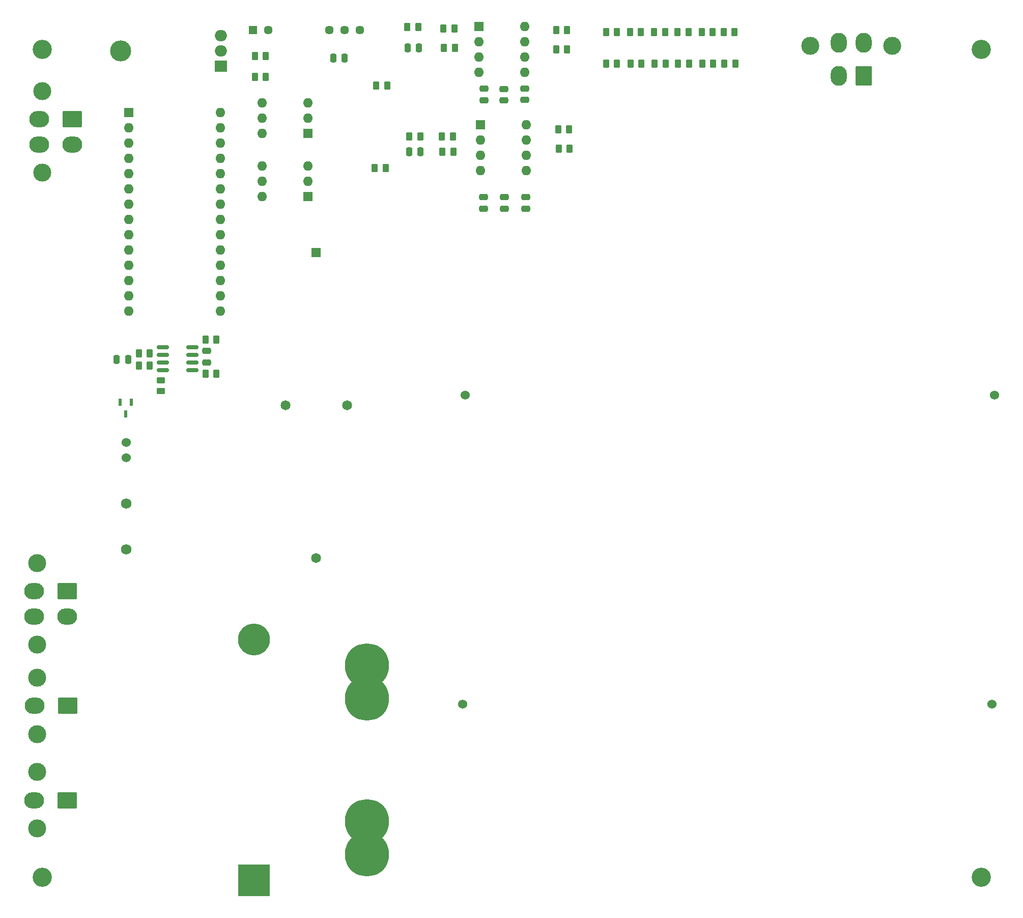
<source format=gbr>
%TF.GenerationSoftware,KiCad,Pcbnew,8.0.4*%
%TF.CreationDate,2025-02-18T10:12:20-08:00*%
%TF.ProjectId,pcc_v0.1,7063635f-7630-42e3-912e-6b696361645f,rev?*%
%TF.SameCoordinates,Original*%
%TF.FileFunction,Soldermask,Top*%
%TF.FilePolarity,Negative*%
%FSLAX46Y46*%
G04 Gerber Fmt 4.6, Leading zero omitted, Abs format (unit mm)*
G04 Created by KiCad (PCBNEW 8.0.4) date 2025-02-18 10:12:20*
%MOMM*%
%LPD*%
G01*
G04 APERTURE LIST*
G04 Aperture macros list*
%AMRoundRect*
0 Rectangle with rounded corners*
0 $1 Rounding radius*
0 $2 $3 $4 $5 $6 $7 $8 $9 X,Y pos of 4 corners*
0 Add a 4 corners polygon primitive as box body*
4,1,4,$2,$3,$4,$5,$6,$7,$8,$9,$2,$3,0*
0 Add four circle primitives for the rounded corners*
1,1,$1+$1,$2,$3*
1,1,$1+$1,$4,$5*
1,1,$1+$1,$6,$7*
1,1,$1+$1,$8,$9*
0 Add four rect primitives between the rounded corners*
20,1,$1+$1,$2,$3,$4,$5,0*
20,1,$1+$1,$4,$5,$6,$7,0*
20,1,$1+$1,$6,$7,$8,$9,0*
20,1,$1+$1,$8,$9,$2,$3,0*%
G04 Aperture macros list end*
%ADD10RoundRect,0.250000X-0.475000X0.250000X-0.475000X-0.250000X0.475000X-0.250000X0.475000X0.250000X0*%
%ADD11RoundRect,0.250000X-0.262500X-0.450000X0.262500X-0.450000X0.262500X0.450000X-0.262500X0.450000X0*%
%ADD12C,1.524000*%
%ADD13C,1.727200*%
%ADD14RoundRect,0.250000X0.262500X0.450000X-0.262500X0.450000X-0.262500X-0.450000X0.262500X-0.450000X0*%
%ADD15RoundRect,0.250000X-0.250000X-0.475000X0.250000X-0.475000X0.250000X0.475000X-0.250000X0.475000X0*%
%ADD16C,3.200000*%
%ADD17R,0.558800X1.270000*%
%ADD18C,3.000000*%
%ADD19RoundRect,0.250001X-1.399999X1.099999X-1.399999X-1.099999X1.399999X-1.099999X1.399999X1.099999X0*%
%ADD20O,3.300000X2.700000*%
%ADD21R,1.600000X1.600000*%
%ADD22O,1.600000X1.600000*%
%ADD23RoundRect,0.250001X1.099999X1.399999X-1.099999X1.399999X-1.099999X-1.399999X1.099999X-1.399999X0*%
%ADD24O,2.700000X3.300000*%
%ADD25RoundRect,0.150000X0.825000X0.150000X-0.825000X0.150000X-0.825000X-0.150000X0.825000X-0.150000X0*%
%ADD26R,1.450000X1.450000*%
%ADD27C,1.450000*%
%ADD28R,5.295000X5.295000*%
%ADD29C,5.295000*%
%ADD30C,7.350000*%
%ADD31R,1.650000X1.650000*%
%ADD32C,1.650000*%
%ADD33RoundRect,0.250000X0.250000X0.475000X-0.250000X0.475000X-0.250000X-0.475000X0.250000X-0.475000X0*%
%ADD34RoundRect,0.250000X-0.450000X0.262500X-0.450000X-0.262500X0.450000X-0.262500X0.450000X0.262500X0*%
%ADD35O,3.500000X3.500000*%
%ADD36R,2.000000X1.905000*%
%ADD37O,2.000000X1.905000*%
G04 APERTURE END LIST*
D10*
%TO.C,C6*%
X133230000Y-52210000D03*
X133230000Y-54110000D03*
%TD*%
D11*
%TO.C,R19*%
X145730000Y-44160000D03*
X147555000Y-44160000D03*
%TD*%
D12*
%TO.C,K3*%
X73800253Y-93010253D03*
X73800253Y-95550253D03*
D13*
X73800253Y-103170253D03*
X73800253Y-110790253D03*
%TD*%
D14*
%TO.C,R21*%
X175012753Y-24750253D03*
X173187753Y-24750253D03*
%TD*%
%TO.C,R4*%
X159512753Y-30000253D03*
X157687753Y-30000253D03*
%TD*%
D11*
%TO.C,R33*%
X75900253Y-78190253D03*
X77725253Y-78190253D03*
%TD*%
D12*
%TO.C,R28*%
X129800000Y-136500000D03*
X217800000Y-136500000D03*
%TD*%
D15*
%TO.C,C5*%
X120850000Y-44650000D03*
X122750000Y-44650000D03*
%TD*%
D14*
%TO.C,R30*%
X88800253Y-75890253D03*
X86975253Y-75890253D03*
%TD*%
%TO.C,R16*%
X128462500Y-27400000D03*
X126637500Y-27400000D03*
%TD*%
%TO.C,R12*%
X97025253Y-28750253D03*
X95200253Y-28750253D03*
%TD*%
D10*
%TO.C,C1*%
X140050000Y-34150000D03*
X140050000Y-36050000D03*
%TD*%
D16*
%TO.C,REF\u002A\u002A*%
X216050253Y-165350253D03*
%TD*%
D10*
%TO.C,C10*%
X87200253Y-77790253D03*
X87200253Y-79690253D03*
%TD*%
D14*
%TO.C,R5*%
X159425253Y-24750253D03*
X157600253Y-24750253D03*
%TD*%
%TO.C,R2*%
X171425253Y-30000253D03*
X169600253Y-30000253D03*
%TD*%
D15*
%TO.C,C4*%
X120580000Y-27410000D03*
X122480000Y-27410000D03*
%TD*%
D17*
%TO.C,U5*%
X74600253Y-86350253D03*
X72770255Y-86350253D03*
X73685254Y-88280653D03*
%TD*%
D18*
%TO.C,J7*%
X58960000Y-113050000D03*
X58960000Y-126650000D03*
D19*
X64000000Y-117750000D03*
D20*
X64000000Y-121950000D03*
X58500000Y-117750000D03*
X58500000Y-121950000D03*
%TD*%
D21*
%TO.C,J4*%
X74175000Y-38125000D03*
D22*
X74175000Y-40665000D03*
X74175000Y-43205000D03*
X74175000Y-45745000D03*
X74175000Y-48285000D03*
X74175000Y-50825000D03*
X74175000Y-53365000D03*
X74175000Y-55905000D03*
X74175000Y-58445000D03*
X74175000Y-60985000D03*
X74175000Y-63525000D03*
X74175000Y-66065000D03*
X74175000Y-68605000D03*
X74175000Y-71145000D03*
X89415000Y-71145000D03*
X89415000Y-68605000D03*
X89415000Y-66065000D03*
X89415000Y-63525000D03*
X89415000Y-60985000D03*
X89415000Y-58445000D03*
X89415000Y-55905000D03*
X89415000Y-53365000D03*
X89415000Y-50825000D03*
X89415000Y-48285000D03*
X89415000Y-45745000D03*
X89415000Y-43205000D03*
X89415000Y-40665000D03*
X89415000Y-38125000D03*
%TD*%
D14*
%TO.C,R18*%
X147462500Y-40900000D03*
X145637500Y-40900000D03*
%TD*%
%TO.C,R1*%
X175100253Y-30000253D03*
X173275253Y-30000253D03*
%TD*%
D18*
%TO.C,J8*%
X59000000Y-132100000D03*
X59000000Y-141500000D03*
D19*
X64040000Y-136800000D03*
D20*
X58540000Y-136800000D03*
%TD*%
D18*
%TO.C,J6*%
X201200000Y-27010000D03*
X187600000Y-27010000D03*
D23*
X196500000Y-32050000D03*
D24*
X192300000Y-32050000D03*
X196500000Y-26550000D03*
X192300000Y-26550000D03*
%TD*%
D11*
%TO.C,R31*%
X86987753Y-81590253D03*
X88812753Y-81590253D03*
%TD*%
D25*
%TO.C,U8*%
X84800253Y-81000253D03*
X84800253Y-79730253D03*
X84800253Y-78460253D03*
X84800253Y-77190253D03*
X79850253Y-77190253D03*
X79850253Y-78460253D03*
X79850253Y-79730253D03*
X79850253Y-81000253D03*
%TD*%
D14*
%TO.C,R26*%
X117212500Y-33650000D03*
X115387500Y-33650000D03*
%TD*%
D16*
%TO.C,REF\u002A\u002A*%
X59800253Y-165350253D03*
%TD*%
D26*
%TO.C,U6*%
X94850000Y-24400000D03*
D27*
X97390000Y-24400000D03*
X107550000Y-24400000D03*
X110090000Y-24400000D03*
X112630000Y-24400000D03*
%TD*%
D11*
%TO.C,R7*%
X145317500Y-27660000D03*
X147142500Y-27660000D03*
%TD*%
D14*
%TO.C,R25*%
X163512753Y-30000253D03*
X161687753Y-30000253D03*
%TD*%
%TO.C,R3*%
X167425253Y-30000253D03*
X165600253Y-30000253D03*
%TD*%
D28*
%TO.C,K1*%
X95050000Y-165800000D03*
D29*
X95050000Y-125800000D03*
D30*
X113800000Y-161500000D03*
X113800000Y-135600000D03*
X113800000Y-156000000D03*
X113800000Y-130100000D03*
%TD*%
D18*
%TO.C,J3*%
X58960000Y-147800000D03*
X58960000Y-157200000D03*
D19*
X64000000Y-152500000D03*
D20*
X58500000Y-152500000D03*
%TD*%
D16*
%TO.C,REF\u002A\u002A*%
X59800000Y-27650000D03*
%TD*%
D10*
%TO.C,C3*%
X133300000Y-34200000D03*
X133300000Y-36100000D03*
%TD*%
D31*
%TO.C,K2*%
X105400000Y-61400000D03*
D32*
X105400000Y-112200000D03*
X100300000Y-86800000D03*
X110500000Y-86800000D03*
%TD*%
D18*
%TO.C,J2*%
X59800000Y-34550000D03*
X59800000Y-48150000D03*
D19*
X64840000Y-39250000D03*
D20*
X64840000Y-43450000D03*
X59340000Y-39250000D03*
X59340000Y-43450000D03*
%TD*%
D14*
%TO.C,R23*%
X167337753Y-24750253D03*
X165512753Y-24750253D03*
%TD*%
D33*
%TO.C,C9*%
X110130000Y-29110000D03*
X108230000Y-29110000D03*
%TD*%
D10*
%TO.C,C8*%
X140250253Y-52200253D03*
X140250253Y-54100253D03*
%TD*%
%TO.C,C7*%
X136730000Y-52210000D03*
X136730000Y-54110000D03*
%TD*%
D33*
%TO.C,C12*%
X74100253Y-79190253D03*
X72200253Y-79190253D03*
%TD*%
D12*
%TO.C,R29*%
X218200000Y-85100000D03*
X130200000Y-85100000D03*
%TD*%
D21*
%TO.C,U2*%
X104020253Y-41630253D03*
D22*
X104020253Y-39090253D03*
X104020253Y-36550253D03*
X96400253Y-36550253D03*
X96400253Y-39090253D03*
X96400253Y-41630253D03*
%TD*%
D11*
%TO.C,R8*%
X120567500Y-23910000D03*
X122392500Y-23910000D03*
%TD*%
D14*
%TO.C,R13*%
X97025253Y-32250253D03*
X95200253Y-32250253D03*
%TD*%
D21*
%TO.C,U1*%
X132430000Y-23860000D03*
D22*
X132430000Y-26400000D03*
X132430000Y-28940000D03*
X132430000Y-31480000D03*
X140050000Y-31480000D03*
X140050000Y-28940000D03*
X140050000Y-26400000D03*
X140050000Y-23860000D03*
%TD*%
D34*
%TO.C,R32*%
X79550253Y-82660253D03*
X79550253Y-84485253D03*
%TD*%
D14*
%TO.C,R24*%
X163425253Y-24750253D03*
X161600253Y-24750253D03*
%TD*%
%TO.C,R14*%
X116962500Y-47400000D03*
X115137500Y-47400000D03*
%TD*%
D21*
%TO.C,U3*%
X104020253Y-52130253D03*
D22*
X104020253Y-49590253D03*
X104020253Y-47050253D03*
X96400253Y-47050253D03*
X96400253Y-49590253D03*
X96400253Y-52130253D03*
%TD*%
D11*
%TO.C,R11*%
X126567500Y-24160000D03*
X128392500Y-24160000D03*
%TD*%
D21*
%TO.C,U4*%
X132730000Y-40160000D03*
D22*
X132730000Y-42700000D03*
X132730000Y-45240000D03*
X132730000Y-47780000D03*
X140350000Y-47780000D03*
X140350000Y-45240000D03*
X140350000Y-42700000D03*
X140350000Y-40160000D03*
%TD*%
D10*
%TO.C,C2*%
X136620000Y-34240000D03*
X136620000Y-36140000D03*
%TD*%
D14*
%TO.C,R10*%
X128200000Y-44650000D03*
X126375000Y-44650000D03*
%TD*%
D11*
%TO.C,R17*%
X120905000Y-42160000D03*
X122730000Y-42160000D03*
%TD*%
D16*
%TO.C,REF\u002A\u002A*%
X216050000Y-27650000D03*
%TD*%
D14*
%TO.C,R20*%
X155425253Y-24750253D03*
X153600253Y-24750253D03*
%TD*%
%TO.C,R6*%
X155425253Y-30000253D03*
X153600253Y-30000253D03*
%TD*%
D35*
%TO.C,U9*%
X72870000Y-27900000D03*
D36*
X89530000Y-30440000D03*
D37*
X89530000Y-27900000D03*
X89530000Y-25360000D03*
%TD*%
D11*
%TO.C,R15*%
X126317500Y-42160000D03*
X128142500Y-42160000D03*
%TD*%
D14*
%TO.C,R22*%
X171337753Y-24750253D03*
X169512753Y-24750253D03*
%TD*%
%TO.C,R9*%
X147125000Y-24400000D03*
X145300000Y-24400000D03*
%TD*%
%TO.C,R27*%
X77725253Y-80190253D03*
X75900253Y-80190253D03*
%TD*%
M02*

</source>
